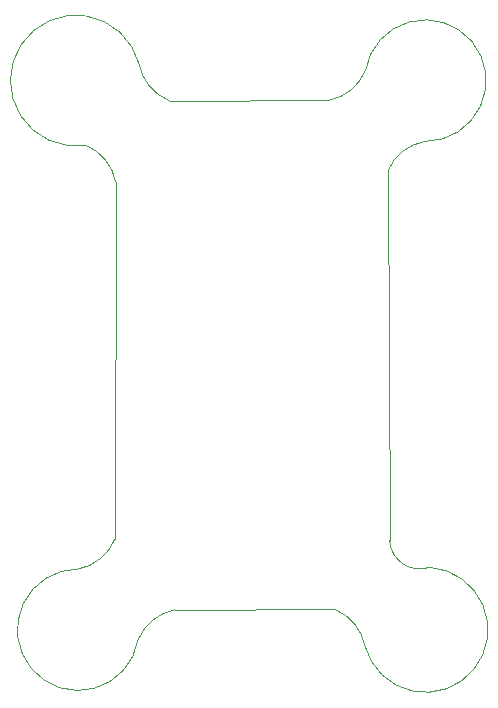
<source format=gbr>
%TF.GenerationSoftware,KiCad,Pcbnew,7.0.6*%
%TF.CreationDate,2023-09-30T16:03:16+02:00*%
%TF.ProjectId,bc546b-astable-multivibrator,62633534-3662-42d6-9173-7461626c652d,0*%
%TF.SameCoordinates,Original*%
%TF.FileFunction,Profile,NP*%
%FSLAX46Y46*%
G04 Gerber Fmt 4.6, Leading zero omitted, Abs format (unit mm)*
G04 Created by KiCad (PCBNEW 7.0.6) date 2023-09-30 16:03:16*
%MOMM*%
%LPD*%
G01*
G04 APERTURE LIST*
%TA.AperFunction,Profile*%
%ADD10C,0.100000*%
%TD*%
G04 APERTURE END LIST*
D10*
X86244982Y-53788037D02*
G75*
G03*
X83707573Y-50695339I-4137382J-807263D01*
G01*
X83100159Y-86575581D02*
G75*
G03*
X86170543Y-84053492I-807459J4112981D01*
G01*
X107344982Y-93088037D02*
G75*
G03*
X104807573Y-89995339I-4137382J-807263D01*
G01*
X107344990Y-93088036D02*
G75*
G03*
X112833375Y-86433539I5121520J1366516D01*
G01*
X88229071Y-43828826D02*
G75*
G03*
X90766514Y-46921518I4137429J807326D01*
G01*
X86170544Y-84053492D02*
X86244993Y-53788035D01*
X109434749Y-84190019D02*
G75*
G03*
X112833375Y-86433538I2565251J190019D01*
G01*
X90766514Y-46921518D02*
X104300000Y-46900000D01*
X112466514Y-50367490D02*
G75*
G03*
X107392698Y-44362580I-14J5145990D01*
G01*
X104807573Y-89995339D02*
X91233029Y-90043041D01*
X88226748Y-43829431D02*
G75*
G03*
X83707573Y-50695337I-5360238J-1392089D01*
G01*
X91233038Y-90043086D02*
G75*
G03*
X88140333Y-92580461I807262J-4137414D01*
G01*
X104300002Y-46900010D02*
G75*
G03*
X107392696Y-44362580I-807302J4137410D01*
G01*
X112466522Y-50367576D02*
G75*
G03*
X109284449Y-52898560I673778J-4112924D01*
G01*
X109284448Y-52898560D02*
X109434749Y-84190019D01*
X83100159Y-86575583D02*
G75*
G03*
X88140333Y-92580461I-33659J-5145917D01*
G01*
M02*

</source>
